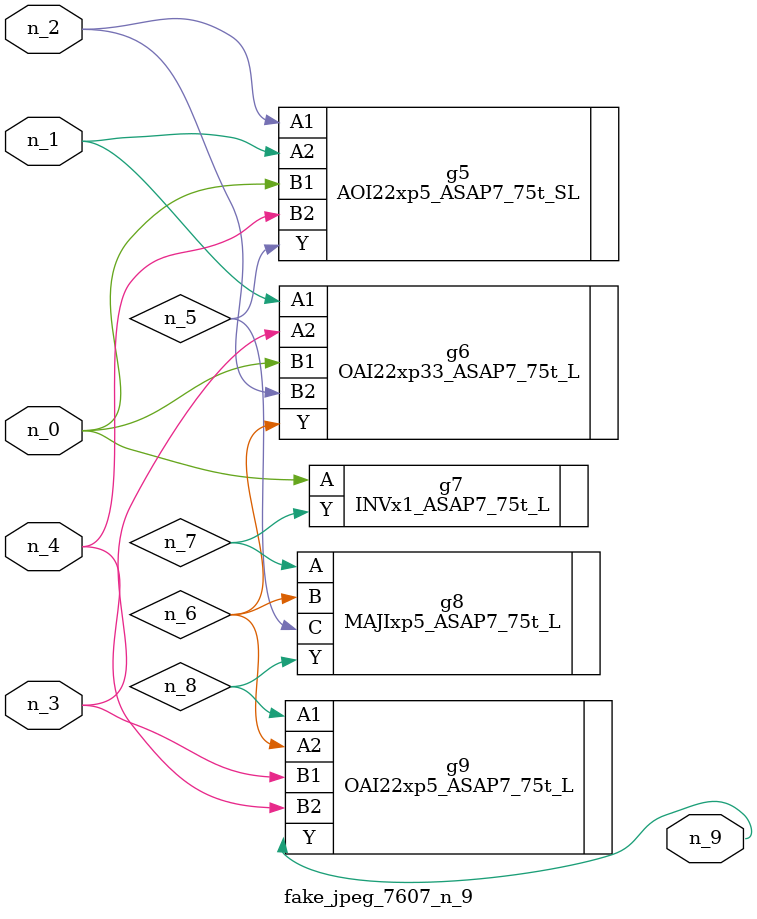
<source format=v>
module fake_jpeg_7607_n_9 (n_3, n_2, n_1, n_0, n_4, n_9);

input n_3;
input n_2;
input n_1;
input n_0;
input n_4;

output n_9;

wire n_8;
wire n_6;
wire n_5;
wire n_7;

AOI22xp5_ASAP7_75t_SL g5 ( 
.A1(n_2),
.A2(n_1),
.B1(n_0),
.B2(n_4),
.Y(n_5)
);

OAI22xp33_ASAP7_75t_L g6 ( 
.A1(n_1),
.A2(n_3),
.B1(n_0),
.B2(n_2),
.Y(n_6)
);

INVx1_ASAP7_75t_L g7 ( 
.A(n_0),
.Y(n_7)
);

MAJIxp5_ASAP7_75t_L g8 ( 
.A(n_7),
.B(n_6),
.C(n_5),
.Y(n_8)
);

OAI22xp5_ASAP7_75t_L g9 ( 
.A1(n_8),
.A2(n_6),
.B1(n_3),
.B2(n_4),
.Y(n_9)
);


endmodule
</source>
